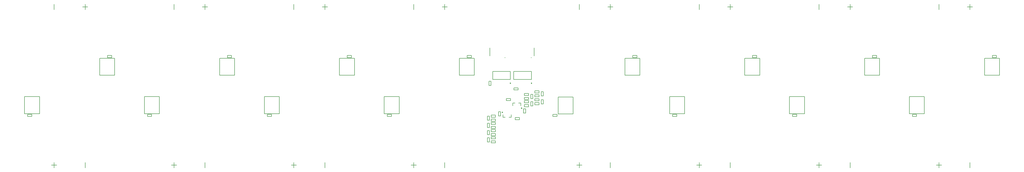
<source format=gbo>
G04*
G04 #@! TF.GenerationSoftware,Altium Limited,Altium Designer,19.0.14 (431)*
G04*
G04 Layer_Color=32896*
%FSLAX25Y25*%
%MOIN*%
G70*
G01*
G75*
%ADD10C,0.00600*%
%ADD12C,0.00984*%
%ADD13C,0.00591*%
%ADD14C,0.00787*%
D10*
X681890Y118502D02*
X689761D01*
X685825Y122438D02*
Y114566D01*
X685829Y-122441D02*
Y-114569D01*
X643307Y-118502D02*
X635436D01*
X639371Y-122438D02*
Y-114566D01*
X639368Y122441D02*
Y114569D01*
X502362Y118502D02*
X510234D01*
X506298Y122438D02*
Y114566D01*
X506301Y-122441D02*
Y-114569D01*
X463779Y-118502D02*
X455908D01*
X459844Y-122438D02*
Y-114566D01*
X459841Y122441D02*
Y114569D01*
X322835Y118502D02*
X330706D01*
X326770Y122438D02*
Y114566D01*
X326774Y-122441D02*
Y-114569D01*
X284252Y-118502D02*
X276380D01*
X280316Y-122438D02*
Y-114566D01*
X280313Y122441D02*
Y114569D01*
X143307Y118502D02*
X151179D01*
X147243Y122438D02*
Y114566D01*
X147246Y-122441D02*
Y-114569D01*
X104724Y-118502D02*
X96853D01*
X100789Y-122438D02*
Y-114566D01*
X100786Y122441D02*
Y114569D01*
X-104724Y118502D02*
X-96853D01*
X-100789Y122438D02*
Y114566D01*
X-100786Y-122441D02*
Y-114569D01*
X-143307Y-118502D02*
X-151179D01*
X-147243Y-122438D02*
Y-114566D01*
X-147246Y122441D02*
Y114569D01*
X-284252Y118502D02*
X-276380D01*
X-280316Y122438D02*
Y114566D01*
X-280313Y-122441D02*
Y-114569D01*
X-322835Y-118502D02*
X-330706D01*
X-326770Y-122438D02*
Y-114566D01*
X-326774Y122441D02*
Y114569D01*
X-463779Y118502D02*
X-455908D01*
X-459844Y122438D02*
Y114566D01*
X-459841Y-122441D02*
Y-114569D01*
X-502362Y-118502D02*
X-510234D01*
X-506298Y-122438D02*
Y-114566D01*
X-506301Y122441D02*
Y114569D01*
X-643307Y118502D02*
X-635436D01*
X-639371Y122438D02*
Y114566D01*
X-639368Y-122441D02*
Y-114569D01*
X-681890Y-118502D02*
X-689761D01*
X-685825Y-122438D02*
Y-114566D01*
X-685829Y122441D02*
Y114569D01*
D12*
X-2067Y4232D02*
X-2805Y4659D01*
Y3806D01*
X-2067Y4232D01*
X29429D02*
X28691Y4659D01*
Y3806D01*
X29429Y4232D01*
X-14075Y-39370D02*
X-14813Y-38944D01*
Y-39796D01*
X-14075Y-39370D01*
X14665Y-33071D02*
X13927Y-32645D01*
Y-33497D01*
X14665Y-33071D01*
D13*
X-8661Y-22047D02*
Y-18898D01*
X-2362D01*
Y-22047D02*
Y-18898D01*
X-8661Y-22047D02*
X-2362D01*
X11024Y-50394D02*
Y-47244D01*
X4724Y-50394D02*
X11024D01*
X4724D02*
Y-47244D01*
X11024D01*
X2756Y-5902D02*
Y-2753D01*
X9055D01*
Y-5902D02*
Y-2753D01*
X2756Y-5902D02*
X9055D01*
X-34646Y7087D02*
X-31496D01*
Y787D02*
Y7087D01*
X-34646Y787D02*
X-31496D01*
X-34646D02*
Y7087D01*
X33071Y45276D02*
Y57087D01*
X-33071Y45276D02*
Y57087D01*
X-78972Y41618D02*
X-56531D01*
Y16028D02*
Y41618D01*
X-78972Y16028D02*
X-56531D01*
X-78972D02*
Y41618D01*
X20276Y-40635D02*
Y-34336D01*
X17126D02*
X20276D01*
X17126Y-40635D02*
Y-34336D01*
Y-40635D02*
X20276D01*
X-17183Y-44950D02*
Y-38651D01*
X-20333D02*
X-17183D01*
X-20333Y-44950D02*
Y-38651D01*
Y-44950D02*
X-17183D01*
X27953Y-23425D02*
X31102D01*
Y-29724D02*
Y-23425D01*
X27953Y-29724D02*
X31102D01*
X27953D02*
Y-23425D01*
Y-12598D02*
X31102D01*
Y-18898D02*
Y-12598D01*
X27953Y-18898D02*
X31102D01*
X27953D02*
Y-12598D01*
X24803Y-25197D02*
Y-22047D01*
X18504Y-25197D02*
X24803D01*
X18504D02*
Y-22047D01*
X24803D01*
X-31299Y-79331D02*
Y-76181D01*
X-25000D01*
Y-79331D02*
Y-76181D01*
X-31299Y-79331D02*
X-25000D01*
X40551Y-10433D02*
Y-7283D01*
X34252Y-10433D02*
X40551D01*
X34252D02*
Y-7283D01*
X40551D01*
X-31299Y-57677D02*
Y-54528D01*
X-25000D01*
Y-57677D02*
Y-54528D01*
X-31299Y-57677D02*
X-25000D01*
X-37008Y-73032D02*
X-33858D01*
X-37008D02*
Y-66732D01*
X-33858D01*
Y-73032D02*
Y-66732D01*
X-37008Y-62205D02*
X-33858D01*
X-37008D02*
Y-55905D01*
X-33858D01*
Y-62205D02*
Y-55905D01*
X-31299Y-46850D02*
Y-43701D01*
X-25000D01*
Y-46850D02*
Y-43701D01*
X-31299Y-46850D02*
X-25000D01*
X24803Y-31102D02*
Y-27953D01*
X18504Y-31102D02*
X24803D01*
X18504D02*
Y-27953D01*
X24803D01*
X-31299Y-63583D02*
Y-60433D01*
X-25000D01*
Y-63583D02*
Y-60433D01*
X-31299Y-63583D02*
X-25000D01*
X24803Y-14370D02*
Y-11220D01*
X18504Y-14370D02*
X24803D01*
X18504D02*
Y-11220D01*
X24803D01*
X-37008Y-83858D02*
X-33858D01*
X-37008D02*
Y-77559D01*
X-33858D01*
Y-83858D02*
Y-77559D01*
X-31299Y-68504D02*
Y-65354D01*
X-25000D01*
Y-68504D02*
Y-65354D01*
X-31299Y-68504D02*
X-25000D01*
X43701Y-8661D02*
X46850D01*
X43701Y-14961D02*
Y-8661D01*
X46850Y-14961D02*
Y-8661D01*
X43701Y-14961D02*
X46850D01*
X40551Y-22244D02*
Y-19094D01*
X34252Y-22244D02*
X40551D01*
X34252D02*
Y-19094D01*
X40551D01*
X43701Y-20472D02*
X46850D01*
Y-26772D02*
Y-20472D01*
X43701Y-26772D02*
X46850D01*
X43701D02*
Y-20472D01*
X-37008Y-51378D02*
X-33858D01*
X-37008D02*
Y-45079D01*
X-33858D01*
Y-51378D02*
Y-45079D01*
X24803Y-20276D02*
Y-17126D01*
X18504Y-20276D02*
X24803D01*
X18504D02*
Y-17126D01*
X24803D01*
X-31299Y-85236D02*
Y-82087D01*
X-25000D01*
Y-85236D02*
Y-82087D01*
X-31299Y-85236D02*
X-25000D01*
X-31299Y-74410D02*
Y-71260D01*
X-25000D01*
Y-74410D02*
Y-71260D01*
X-31299Y-74410D02*
X-25000D01*
X40551Y-16339D02*
Y-13189D01*
X34252Y-16339D02*
X40551D01*
X34252D02*
Y-13189D01*
X40551D01*
Y-28150D02*
Y-25000D01*
X34252Y-28150D02*
X40551D01*
X34252D02*
Y-25000D01*
X40551D01*
X-31299Y-52756D02*
Y-49606D01*
X-25000D01*
Y-52756D02*
Y-49606D01*
X-31299Y-52756D02*
X-25000D01*
X599606Y-45669D02*
Y-42520D01*
X605905D01*
Y-45669D02*
Y-42520D01*
X599606Y-45669D02*
X605905D01*
X420079D02*
Y-42520D01*
X426378D01*
Y-45669D02*
Y-42520D01*
X420079Y-45669D02*
X426378D01*
X240551D02*
Y-42520D01*
X246850D01*
Y-45669D02*
Y-42520D01*
X240551Y-45669D02*
X246850D01*
X61024D02*
Y-42520D01*
X67323D01*
Y-45669D02*
Y-42520D01*
X61024Y-45669D02*
X67323D01*
X725591Y42520D02*
Y45669D01*
X719291Y42520D02*
X725591D01*
X719291D02*
Y45669D01*
X725591D01*
X546063Y42520D02*
Y45669D01*
X539764Y42520D02*
X546063D01*
X539764D02*
Y45669D01*
X546063D01*
X366535Y42520D02*
Y45669D01*
X360236Y42520D02*
X366535D01*
X360236D02*
Y45669D01*
X366535D01*
X187008Y42520D02*
Y45669D01*
X180709Y42520D02*
X187008D01*
X180709D02*
Y45669D01*
X187008D01*
X-61024Y42520D02*
Y45669D01*
X-67323Y42520D02*
X-61024D01*
X-67323D02*
Y45669D01*
X-61024D01*
X-240551Y42520D02*
Y45669D01*
X-246850Y42520D02*
X-240551D01*
X-246850D02*
Y45669D01*
X-240551D01*
X-420079Y42520D02*
Y45669D01*
X-426378Y42520D02*
X-420079D01*
X-426378D02*
Y45669D01*
X-420079D01*
X-187008Y-45669D02*
Y-42520D01*
X-180709D01*
Y-45669D02*
Y-42520D01*
X-187008Y-45669D02*
X-180709D01*
X-366535D02*
Y-42520D01*
X-360236D01*
Y-45669D02*
Y-42520D01*
X-366535Y-45669D02*
X-360236D01*
X-546063D02*
Y-42520D01*
X-539764D01*
Y-45669D02*
Y-42520D01*
X-546063Y-45669D02*
X-539764D01*
X-599606Y42520D02*
Y45669D01*
X-605905Y42520D02*
X-599606D01*
X-605905D02*
Y45669D01*
X-599606D01*
X-730083Y-41618D02*
X-707642D01*
X-730083D02*
Y-16028D01*
X-707642D01*
Y-41618D02*
Y-16028D01*
X-725591Y-45669D02*
Y-42520D01*
X-719291D01*
Y-45669D02*
Y-42520D01*
X-725591Y-45669D02*
X-719291D01*
X91571Y-42012D02*
Y-16422D01*
X69130D02*
X91571D01*
X69130Y-42012D02*
Y-16422D01*
Y-42012D02*
X91571D01*
X617555Y-41618D02*
Y-16028D01*
X595114D02*
X617555D01*
X595114Y-41618D02*
Y-16028D01*
Y-41618D02*
X617555D01*
X258500D02*
Y-16028D01*
X236059D02*
X258500D01*
X236059Y-41618D02*
Y-16028D01*
Y-41618D02*
X258500D01*
X438027D02*
Y-16028D01*
X415586D02*
X438027D01*
X415586Y-41618D02*
Y-16028D01*
Y-41618D02*
X438027D01*
X528115Y16028D02*
Y41618D01*
Y16028D02*
X550556D01*
Y41618D01*
X528115D02*
X550556D01*
X348587Y16028D02*
Y41618D01*
Y16028D02*
X371028D01*
Y41618D01*
X348587D02*
X371028D01*
X169060Y16028D02*
Y41618D01*
Y16028D02*
X191500D01*
Y41618D01*
X169060D02*
X191500D01*
X707642Y16028D02*
Y41618D01*
Y16028D02*
X730083D01*
Y41618D01*
X707642D02*
X730083D01*
X-258500Y16028D02*
Y41618D01*
Y16028D02*
X-236059D01*
Y41618D01*
X-258500D02*
X-236059D01*
X-438027Y16028D02*
Y41618D01*
Y16028D02*
X-415586D01*
Y41618D01*
X-438027D02*
X-415586D01*
X-169060Y-41618D02*
Y-16028D01*
X-191500D02*
X-169060D01*
X-191500Y-41618D02*
Y-16028D01*
Y-41618D02*
X-169060D01*
X-348587D02*
Y-16028D01*
X-371028D02*
X-348587D01*
X-371028Y-41618D02*
Y-16028D01*
Y-41618D02*
X-348587D01*
X-528115D02*
Y-16028D01*
X-550556D02*
X-528115D01*
X-550556Y-41618D02*
Y-16028D01*
Y-41618D02*
X-528115D01*
X-617555Y16028D02*
Y41618D01*
Y16028D02*
X-595114D01*
Y41618D01*
X-617555D02*
X-595114D01*
D14*
X29134Y42323D02*
X28346D01*
X29134D01*
X-10236D02*
X-11024D01*
X-10236D01*
X-28937Y9646D02*
Y21850D01*
X-2559Y9646D02*
Y21850D01*
X-28937D02*
X-2559D01*
X-28937Y9646D02*
X-2559D01*
X2559D02*
Y21850D01*
X28937Y9646D02*
Y21850D01*
X2559D02*
X28937D01*
X2559Y9646D02*
X28937D01*
X-4724Y-46850D02*
X-1378D01*
Y-42913D01*
X-13583Y-46850D02*
X-10236D01*
X-13583D02*
Y-42913D01*
X984Y-25591D02*
X4331D01*
X984Y-29528D02*
Y-25591D01*
X9843D02*
X13189D01*
Y-29528D02*
Y-25591D01*
M02*

</source>
